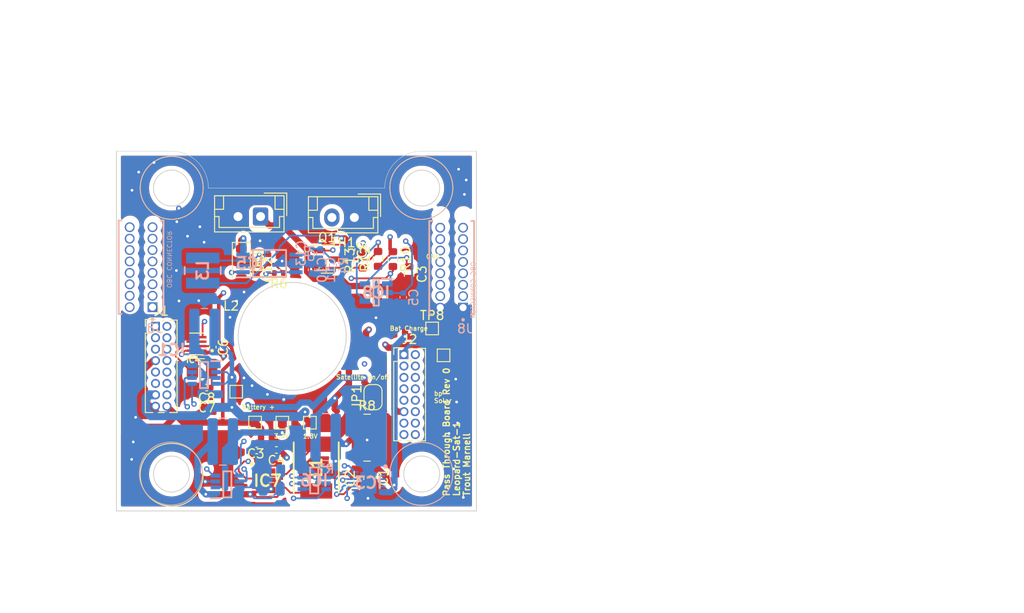
<source format=kicad_pcb>
(kicad_pcb (version 20221018) (generator pcbnew)
  (layers (0 "F.Cu" signal) (1 "In1.Cu" signal) (2 "In2.Cu" signal) (31 "B.Cu" signal) (34 "B.Paste" user) (35 "F.Paste" user) (36 "B.SilkS" user "B.Silkscreen") (37 "F.SilkS" user "F.Silkscreen") (38 "B.Mask" user) (39 "F.Mask" user) (44 "Edge.Cuts" user))
  (net 0 "")
  (net 1 "GND")
  (net 2 "Battery +")
  (net 3 "3V3 MEASURE")
  (net 4 "1V8 MEASURE")
  (net 5 "3.3V")
  (net 6 "1.8V")
  (net 7 "SCL(1)")
  (net 8 "SDA(1)")
  (net 9 "Net-(IC4-SW)")
  (net 10 "Vsolar")
  (net 11 "VMPPT")
  (net 12 "Net-(IC5-MPP-SET)")
  (net 13 "Net-(IC5-VCTRL)")
  (net 14 "Net-(IC5-LX)")
  (net 15 "MPPT ENABLE")
  (net 16 "DRV ENABLE 2")
  (net 17 "DRV ENABLE 1")
  (net 18 "MPPT ENABLE ")
  (net 19 "MCU ENABLE 2")
  (net 20 "MCU ENABLE 1")
  (net 21 "PWM1(1)")
  (net 22 "PWM2(2)")
  (net 23 "PWM2(1)")
  (net 24 "PWM1(2)")
  (net 25 "VBAT+")
  (net 26 "PWM2(5)")
  (net 27 "SDA(2)")
  (net 28 "SCL(2)")
  (net 29 "PWM1(5)")
  (net 30 "DRV ENABLE 3")
  (net 31 "DRV ENABLE 4")
  (net 32 "DRV ENABLE 5")
  (net 33 "PWM1(4)")
  (net 34 "PWM2(3)")
  (net 35 "PWM2(4)")
  (net 36 "PWM1(3)")
  (net 41 "Battery Charge ")
  (net 42 "Net-(IC3-REG)")
  (net 43 "Net-(IC3-TH)")
  (net 44 "FUEL_ALERT")
  (net 46 "Net-(IC7-BOLX)")
  (net 47 "Net-(IC7-BULX)")
  (net 48 "CONV_SHUTDOWN")
  (net 49 "VMPPTCHARGE")
  (net 50 "Net-(IC8-~{MR})")
  (net 51 "SAT_REST")
  (net 52 "CT")
  (footprint "Resistor_SMD:R_0402_1005Metric" (layer "F.Cu") (at 81.02 46.01 90)
    (fp_text reference "R3")
    (fp_text value "1K" hide)
  )
  (footprint "Resistor_SMD:R_0402_1005Metric" (layer "F.Cu") (at 82.18 47.55 180)
    (fp_text reference "R6")
    (fp_text value "1M" hide)
  )
  (footprint "Connector_JST:JST_EH_B2B-EH-A_1x02_P2.50mm_Vertical" (layer "F.Cu") (at 90.57 41.37 180)
    (fp_text reference "TH1")
    (fp_text value "Thermistor_NTC   10k" hide)
  )
  (footprint "TestPoint:TestPoint_Pad_1.0x1.0mm" (layer "F.Cu") (at 99.21 53.71)
    (fp_text reference "TP8")
    (fp_text value "TestPoint_Alt" hide)
  )
  (footprint "TestPoint:TestPoint_Pad_1.0x1.0mm" (layer "F.Cu") (at 77.44 60.74)
    (fp_text reference "TP4" hide)
    (fp_text value "TestPoint_Alt" hide)
  )
  (footprint "Capacitor_SMD:C_0402_1005Metric" (layer "F.Cu") (at 79.755 47.17 -90)
    (fp_text reference "C12")
    (fp_text value "100nF" hide)
  )
  (footprint "Package_TO_SOT_SMD:SOT-23" (layer "F.Cu") (at 87.5375 46)
    (fp_text reference "Q1")
    (fp_text value "2N7002")
  )
  (footprint "1.8v converter pico:SON50P200X150X100-8N" (layer "F.Cu") (at 73.02 55.43 180)
    (fp_text reference "IC4")
    (fp_text value "TPS62840DLCR" hide)
  )
  (footprint "Resistor_SMD:R_0603_1608Metric" (layer "F.Cu") (at 91.5 46.15 90)
    (fp_text reference "R13")
    (fp_text value "5k")
  )
  (footprint "Resistor_SMD:R_0603_1608Metric" (layer "F.Cu") (at 93.2 45.975 90)
    (fp_text reference "R12")
    (fp_text value "1M")
  )
  (footprint "Capacitor_SMD:C_0402_1005Metric" (layer "F.Cu") (at 74.84 55.79 -90)
    (fp_text reference "C6")
    (fp_text value "4.7uF" hide)
  )
  (footprint "Diode_SMD:D_SOD-123" (layer "F.Cu") (at 78.01 46.5 -90)
    (fp_text reference "D1")
    (fp_text value "4.5v" hide)
  )
  (footprint "3.3 v conv picoooooo:SON50P270X300X60-13N" (layer "F.Cu") (at 80.92 70.65)
    (fp_text reference "IC7")
    (fp_text value "RP602K330G-TR" hide)
  )
  (footprint "Resistor_SMD:R_1020_2550Metric" (layer "F.Cu") (at 91.98 65.855)
    (fp_text reference "R8")
    (fp_text value "10m")
  )
  (footprint "Capacitor_SMD:C_0402_1005Metric" (layer "F.Cu") (at 74.155 60.28 180)
    (fp_text reference "C8")
    (fp_text value "1uF" hide)
  )
  (footprint "TestPoint:TestPoint_Pad_1.0x1.0mm" (layer "F.Cu") (at 100.48 56.7)
    (fp_text reference "TP6" hide)
    (fp_text value "TestPoint_Alt" hide)
  )
  (footprint "Resistor_SMD:R_0603_1608Metric" (layer "F.Cu") (at 96.65 47.675 -90)
    (fp_text reference "C3")
    (fp_text value "10uF")
  )
  (footprint "3.3v inductor for pico:INDPM5650X530N" (layer "F.Cu") (at 86.33 69.18 -90)
    (fp_text reference "L1")
    (fp_text value "1.0uH" hide)
  )
  (footprint "Inductor_SMD:L_1008_2520Metric" (layer "F.Cu") (at 73.645 58.185)
    (fp_text reference "L2")
    (fp_text value "2.2uH" hide)
  )
  (footprint "Capacitor_SMD:C_0402_1005Metric" (layer "F.Cu") (at 79.72 67.28 180)
    (fp_text reference "C3")
    (fp_text value "10uF")
  )
  (footprint "Capacitor_SMD:C_0402_1005Metric" (layer "F.Cu") (at 92.63 70.24 -90)
    (fp_text reference "C1")
    (fp_text value ".1uF")
  )
  (footprint "Capacitor_SMD:C_0402_1005Metric" (layer "F.Cu") (at 91.255 70.415 90)
    (fp_text reference "C2")
    (fp_text value ".47uF")
  )
  (footprint "TestPoint:TestPoint_Pad_1.0x1.0mm" (layer "F.Cu") (at 79.535 64.175)
    (fp_text reference "TP1" hide)
    (fp_text value "TestPoint_Alt" hide)
  )
  (footprint "Connector_JST:JST_EH_B2B-EH-A_1x02_P2.50mm_Vertical" (layer "F.Cu") (at 80.143 41.265 180)
    (fp_text reference "J3" hide)
    (fp_text value "Conn_01x02_Socket" hide)
  )
  (footprint "Jumper:SolderJumper-2_P1.3mm_Open_RoundedPad1.0x1.5mm" (layer "F.Cu") (at 92.64 61.35 90)
    (fp_text reference "JP1")
    (fp_text value "SolderJumper_2_Open" hide)
  )
  (footprint "Capacitor_SMD:C_0402_1005Metric" (layer "F.Cu") (at 74.17 61.365 180)
    (fp_text reference "C7")
    (fp_text value "10uF" hide)
  )
  (footprint "TestPoint:TestPoint_Pad_1.0x1.0mm" (layer "F.Cu") (at 85.625 64.19)
    (fp_text reference "TP3" hide)
    (fp_text value "TestPoint_Alt" hide)
  )
  (footprint "Connector_PinHeader_1.27mm:PinHeader_2x08_P1.27mm_Vertical" (layer "F.Cu") (at 68.47 53.475)
    (fp_text reference "J1")
    (fp_text value "FLE-108-01-XX-DV" hide)
  )
  (footprint "Capacitor_SMD:C_0402_1005Metric" (layer "F.Cu") (at 90.265 44.93 -90)
    (fp_text reference "C9")
    (fp_text value "10uF" hide)
  )
  (footprint "TestPoint:TestPoint_Pad_1.0x1.0mm" (layer "F.Cu") (at 82.565 64.19)
    (fp_text reference "TP2" hide)
    (fp_text value "TestPoint_Alt" hide)
  )
  (footprint "Capacitor_SMD:C_0402_1005Metric" (layer "F.Cu") (at 81.905 67.22 180)
    (fp_text reference "C4")
    (fp_text value "22uF")
  )
  (footprint "Resistor_SMD:R_0603_1608Metric" (layer "F.Cu") (at 94.85 46 -90)
    (fp_text reference "R10")
    (fp_text value "1M")
  )
  (footprint "Connector_PinHeader_1.27mm:PinHeader_2x08_P1.27mm_Vertical" (layer "F.Cu") (at 96.075 56.617)
    (fp_text reference "J2")
    (fp_text value "FLE-108-01-XX-DV" hide)
  )
  (footprint "Resistor_SMD:R_0402_1005Metric" (layer "B.Cu") (at 86.775 45.35 -90)
    (fp_text reference "R5")
    (fp_text value "420k" hide)
  )
  (footprint "SLM-108-01-L-D:SAMTEC_SLM-108-01-L-D" (layer "B.Cu") (at 66.87 46.895 -90)
    (fp_text reference "J8")
    (fp_text value "SLM-108-01-L-D")
  )
  (footprint "Capacitor_SMD:C_0805_2012Metric" (layer "B.Cu") (at 81.375 71.575 180)
    (fp_text reference "ff" hide)
    (fp_text value "C_0805_2012Metric" hide)
  )
  (footprint "SPV1040T:SOP65P640X120-8N" (layer "B.Cu") (at 81.132 46.48)
    (fp_text reference "IC5")
    (fp_text value "SPV1040T" hide)
  )
  (footprint "Resistor_SMD:R_0402_1005Metric" (layer "B.Cu") (at 88.19 46.705 90)
    (fp_text reference "R4")
    (fp_text value "1M" hide)
  )
  (footprint "Capacitor_SMD:C_0402_1005Metric" (layer "B.Cu") (at 85.815 47.185 90)
    (fp_text reference "C10")
    (fp_text value "10uF" hide)
  )
  (footprint "current:SOP65P280X110-8N" (layer "B.Cu") (at 73.859 58.887 180)
    (fp_text reference "IC2" hide)
    (fp_text value "INA236AIDDFR" hide)
  )
  (footprint "inductro pass:NRS4012T150MDGJ" (layer "B.Cu") (at 73.72 47.27 -90)
    (fp_text reference "L3")
    (fp_text value "NRS4012T150MDGJ" hide)
  )
  (footprint "Capacitor_SMD:C_0402_1005Metric" (layer "B.Cu") (at 86.75 47.2 90)
    (fp_text reference "C11")
    (fp_text value "4.7uF" hide)
  )
  (footprint "voltagewatchdog:SOT95P280X145-5N" (layer "B.Cu") (at 92.984 49.718 180)
    (fp_text reference "IC8")
    (fp_text value "TLV840MADL30DBVRQ1" hide)
  )
  (footprint "Capacitor_SMD:C_0402_1005Metric" (layer "B.Cu") (at 85.8 45.35 -90)
    (fp_text reference "C13")
    (fp_text value "1nF" hide)
  )
  (footprint "current:SOP65P280X110-8N" (layer "B.Cu") (at 86.106 70.612 180)
    (fp_text reference "IC6")
    (fp_text value "INA236AIDDFR" hide)
  )
  (footprint "current:SOP65P280X110-8N" (layer "B.Cu") (at 76.454 71.049)
    (fp_text reference "IC1")
    (fp_text value "INA236AIDDFR" hide)
  )
  (footprint "Resistor_SMD:R_1020_2550Metric" (layer "B.Cu") (at 75.946 66.294)
    (fp_text reference "R1" hide)
    (fp_text value "20m" hide)
  )
  (footprint "SLM-108-01-L-D:SAMTEC_SLM-108-01-L-D" (layer "B.Cu") (at 101.38 46.945 -90)
    (fp_text reference "J8")
    (fp_text value "SLM-108-01-L-D")
  )
  (footprint "fuel:SON40P300X300X80-15N" (layer "B.Cu") (at 92.145 70.87 180)
    (fp_text reference "IC3")
    (fp_text value "MAX17260SETD+T" hide)
  )
  (footprint "Capacitor_SMD:C_0402_1005Metric" (layer "B.Cu") (at 96 50.25 90)
    (fp_text reference "C5")
    (fp_text value "1uF")
  )
  (footprint "Resistor_SMD:R_1020_2550Metric" (layer "B.Cu") (at 73.914 54.102)
    (fp_text reference "R2" hide)
    (fp_text value "20m" hide)
  )
  (footprint "Capacitor_SMD:C_0805_2012Metric" (layer "B.Cu") (at 81.425 69.525 180)
    (fp_text reference "gg" hide)
    (fp_text value "C_0805_2012Metric" hide)
  )
  (footprint "Resistor_SMD:R_1020_2550Metric" (layer "B.Cu") (at 87.376 65.786)
    (fp_text reference "R7")
    (fp_text value "20m")
  )
  (gr_circle (center 98.01 69.87) (end 94.51 69.87) (stroke (width 0.1)) (fill none) (layer "B.SilkS"))
  (gr_circle (center 70.175 69.85) (end 66.675 69.85) (stroke (width 0.1)) (fill none) (layer "B.SilkS"))
  (gr_circle (center 98.01 38.07) (end 94.51 38.07) (stroke (width 0.1)) (fill none) (layer "B.SilkS"))
  (gr_circle (center 98.01 69.87) (end 94.51 69.87) (stroke (width 0.1)) (fill none) (layer "B.SilkS"))
  (gr_circle (center 70.27 38.07) (end 66.77 38.07) (stroke (width 0.1)) (fill none) (layer "B.SilkS"))
  (gr_circle (center 70.27 38.07) (end 73.77 38.07) (stroke (width 0.1)) (fill none) (layer "F.SilkS"))
  (gr_circle (center 70.27 70) (end 73.77 70) (stroke (width 0.1)) (fill none) (layer "F.SilkS"))
  (gr_circle (center 98.01 38.07) (end 101.51 38.07) (stroke (width 0.1)) (fill none) (layer "F.SilkS"))
  (gr_circle (center 98.05 69.9) (end 100.05 69.9) (stroke (width 0.1)) (fill none) (layer "Edge.Cuts"))
  (gr_line (start 98.308 34) (end 98.05 34) (stroke (width 0.05)) (layer "Edge.Cuts"))
  (gr_line (start 64.367 34) (end 70.106 34) (stroke (width 0.05)) (layer "Edge.Cuts"))
  (gr_line (start 64.13 74) (end 64.13 34) (stroke (width 0.1)) (layer "Edge.Cuts"))
  (gr_line (start 104.13 74) (end 104.13 34) (stroke (width 0.1)) (layer "Edge.Cuts"))
  (gr_line (start 64.367 34) (end 64.13 34) (stroke (width 0.05)) (layer "Edge.Cuts"))
  (gr_line (start 70.106 34) (end 70.25 34) (stroke (width 0.05)) (layer "Edge.Cuts"))
  (gr_arc (start 70.25 33.998) (mid 73.150552 35.199448) (end 74.352 38.1) (stroke (width 0.05)) (layer "Edge.Cuts"))
  (gr_arc (start 93.95 38.1) (mid 95.150862 35.200862) (end 98.05 34) (stroke (width 0.05)) (layer "Edge.Cuts"))
  (gr_circle (center 70.25 69.9) (end 72.25 69.9) (stroke (width 0.1)) (fill none) (layer "Edge.Cuts"))
  (gr_line (start 64.13 74) (end 104.13 74) (stroke (width 0.1)) (layer "Edge.Cuts"))
  (gr_line (start 93.95 38.1) (end 74.483 38.1) (stroke (width 0.05)) (layer "Edge.Cuts"))
  (gr_line (start 104.13 34) (end 98.308 34) (stroke (width 0.05)) (layer "Edge.Cuts"))
  (gr_circle (center 70.25 38.1) (end 72.25 38.1) (stroke (width 0.1)) (fill none) (layer "Edge.Cuts"))
  (gr_circle locked (center 83.66 54.59) (end 89.66 54.59) (stroke (width 0.1)) (fill none) (layer "Edge.Cuts"))
  (gr_line (start 74.483 38.1) (end 74.352 38.1) (stroke (width 0.05)) (layer "Edge.Cuts"))
  (gr_circle (center 98.05 38.1) (end 100.05 38.1) (stroke (width 0.1)) (fill none) (layer "Edge.Cuts"))
  (gr_text "OBC CONNECTOR \n" (at 69.705 49.24 -90) (layer "B.SilkS") (effects (font (size 0.5 0.5)) (justify left bottom mirror)))
  (gr_text "OBC CONNECTOR \n" (at 104.07 46.24 90) (layer "B.SilkS") (effects (font (size 0.5 0.5)) (justify left bottom mirror)))
  (gr_text "3.3V\n" (at 81.59 65.975) (layer "F.SilkS") (effects (font (size 0.5 0.5) (thickness 0.1) bold) (justify left bottom)))
  (gr_text "Bat Charge\n" (at 94.45 54) (layer "F.SilkS") (effects (font (size 0.5 0.5) (thickness 0.1) bold) (justify left bottom)))
  (gr_text "GND\n" (at 98.48 46.015) (layer "F.SilkS") (effects (font (size 0.5 0.5) (thickness 0.1) bold) (justify left bottom)))
  (gr_text "Satellite on/off\n" (at 88.48 59.415) (layer "F.SilkS") (effects (font (size 0.5 0.5) (thickness 0.1) bold) (justify left bottom)))
  (gr_text "Battery +\n" (at 78.02 62.745) (layer "F.SilkS") (effects (font (size 0.5 0.5) (thickness 0.1) bold) (justify left bottom)))
  (gr_text "1.8V\n" (at 84.795 65.995) (layer "F.SilkS") (effects (font (size 0.5 0.5) (thickness 0.1) bold) (justify left bottom)))
  (gr_text "Pass Through Board Rev 0\nLeopard-Sat-1\nTrout Marnell" (at 103.47 72.45 90) (layer "F.SilkS") (effects (font (size 0.7 0.7)) (justify left bottom)))
  (gr_text "bp \nSolar\n" (at 99.37 62.04) (layer "F.SilkS") (effects (font (size 0.5 0.5) (thickness 0.1) bold) (justify left bottom)))
  (segment (start 91.845 69.935) (end 92.63 70.72) (width 0.2) (layer "F.Cu") (net 1))
  (segment (start 80.92 70.65) (end 80.17 71.4) (width 0.2) (layer "F.Cu") (net 1))
  (segment (start 74.84 56.27) (end 73.795 56.27) (width 0.2) (layer "F.Cu") (net 1))
  (segment (start 75.501568 56.27) (end 76.028844 56.797276) (width 0.2) (layer "F.Cu") (net 1))
  (segment (start 86.478717 69.935) (end 91.255 69.935) (width 0.2) (layer "F.Cu") (net 1))
  (segment (start 89.245 44.39) (end 90.265 45.41) (width 0.2) (layer "F.Cu") (net 1))
  (segment (start 82.25 70.65) (end 80.92 70.65) (width 0.2) (layer "F.Cu") (net 1))
  (segment (start 82.32 70.72) (end 82.25 70.65) (width 0.2) (layer "F.Cu") (net 1))
  (segment (start 86.75 43.9895) (end 87.1505 44.39) (width 0.2) (layer "F.Cu") (net 1))
  (segment (start 74.84 56.27) (end 75.501568 56.27) (width 0.2) (layer "F.Cu") (net 1))
  (segment (start 73.795 56.27) (end 73.705 56.18) (width 0.2) (layer "F.Cu") (net 1))
  (segment (start 82.32 70.9) (end 82.32 70.72) (width 0.2) (layer "F.Cu") (net 1))
  (segment (start 72.335 54.68) (end 72.335 55.18) (width 0.2) (layer "F.Cu") (net 1))
  (segment (start 73.680831 59.382318) (end 73.680831 60.274169) (width 0.2) (layer "F.Cu") (net 1))
  (segment (start 73.705 55.18) (end 72.335 55.18) (width 0.2) (layer "F.Cu") (net 1))
  (segment (start 80.17 71.4) (end 79.52 71.4) (width 0.2) (layer "F.Cu") (net 1))
  (segment (start 86.184217 70.2295) (end 86.478717 69.935) (width 0.2) (layer "F.Cu") (net 1))
  (segment (start 91.255 69.935) (end 91.845 69.935) (width 0.2) (layer "F.Cu") (net 1))
  (segment (start 87.1505 44.39) (end 89.245 44.39) (width 0.2) (layer "F.Cu") (net 1))
  (segment (start 73.680831 60.274169) (end 73.675 60.28) (width 0.2) (layer "F.Cu") (net 1))
  (segment (start 82.32 70.72) (end 82.32 70.4) (width 0.2) (layer "F.Cu") (net 1))
  (via (at 102.04 64.22) (size 0.6) (drill 0.3) (layers "F.Cu" "B.Cu") (net 1))
  (via (at 82.72 61.6) (size 0.6) (drill 0.3) (layers "F.Cu" "B.Cu") (net 1))
  (via (at 71.06 40.35) (size 0.6) (drill 0.3) (layers "F.Cu" "B.Cu") (net 1))
  (via (at 65.86 38.34) (size 0.6) (drill 0.3) (layers "F.Cu" "B.Cu") (net 1))
  (via (at 101.61 69.32) (size 0.6) (drill 0.3) (layers "F.Cu" "B.Cu") (net 1))
  (via (at 81.307188 71.5695) (size 0.6) (drill 0.3) (layers "F.Cu" "B.Cu") (net 1))
  (via (at 78.3 59.21) (size 0.6) (drill 0.3) (layers "F.Cu" "B.Cu") (net 1))
  (via (at 86.75 43.9895) (size 0.6) (drill 0.3) (layers "F.Cu" "B.Cu") (net 1))
  (via (at 72.03 43.45) (size 0.6) (drill 0.3) (layers "F.Cu" "B.Cu") (net 1))
  (via (at 82.54 46.22) (size 0.6) (drill 0.3) (layers "F.Cu" "B.Cu") (net 1))
  (via (at 101.08 65.39) (size 0.6) (drill 0.3) (layers "F.Cu" "B.Cu") (net 1))
  (via (at 79.2 60.07) (size 0.6) (drill 0.3) (layers "F.Cu" "B.Cu") (net 1))
  (via (at 66 66.33) (size 0.6) (drill 0.3) (layers "F.Cu" "B.Cu") (net 1))
  (via (at 92.08 72.6005) (size 0.6) (drill 0.3) (layers "F.Cu" "B.Cu") (net 1))
  (via (at 66.6 36.32) (size 0.6) (drill 0.3) (layers "F.Cu" "B.Cu") (net 1))
  (via (at 65.82 68.27) (size 0.6) (drill 0.3) (layers "F.Cu" "B.Cu") (net 1))
  (via (at 80.09 43.96) (size 0.6) (drill 0.3) (layers "F.Cu" "B.Cu") (net 1))
  (via (at 102.8 38.8) (size 0.6) (drill 0.3) (layers "F.Cu" "B.Cu") (net 1))
  (via (at 73.680831 59.382318) (size 0.6) (drill 0.3) (layers "F.Cu" "B.Cu") (net 1))
  (via (at 102.15 36) (size 0.6) (drill 0.3) (layers "F.Cu" "B.Cu") (net 1))
  (via (at 92.97 52.52) (size 0.6) (drill 0.3) (layers "F.Cu" "B.Cu") (net 1))
  (via (at 73.4 42.4) (size 0.6) (drill 0.3) (layers "F.Cu" "B.Cu") (net 1))
  (via (at 68.3 35.26) (size 0.6) (drill 0.3) (layers "F.Cu" "B.Cu") (net 1))
  (via (at 78.31 49.66) (size 0.6) (drill 0.3) (layers "F.Cu" "B.Cu") (net 1))
  (via (at 73.28 50.62) (size 0.6) (drill 0.3) (layers "F.Cu" "B.Cu") (net 1))
  (via (at 91.99 66.11) (size 0.6) (drill 0.3) (layers "F.Cu" "B.Cu") (net 1))
  (via (at 74.0015 70.74) (size 0.6) (drill 0.3) (layers "F.Cu" "B.Cu") (net 1))
  (via (at 101.93 61.89) (size 0.6) (drill 0.3) (layers "F.Cu" "B.Cu") (net 1))
  (via (at 70.84 41.84) (size 0.6) (drill 0.3) (layers "F.Cu" "B.Cu") (net 1))
  (via (at 77.48 50.67) (size 0.6) (drill 0.3) (layers "F.Cu" "B.Cu") (net 1))
  (via (at 73.87 44.12) (size 0.6) (drill 0.3) (layers "F.Cu" "B.Cu") (net 1))
  (via (at 101.83 59.34) (size 0.6) (drill 0.3) (layers "F.Cu" "B.Cu") (net 1))
  (via (at 103 37.2) (size 0.6) (drill 0.3) (layers "F.Cu" "B.Cu") (net 1))
  (via (at 71.08 50.65) (size 0.6) (drill 0.3) (layers "F.Cu" "B.Cu") (net 1))
  (via (at 76.75 52.47) (size 0.6) (drill 0.3) (layers "F.Cu" "B.Cu") (net 1))
  (via (at 102.68 72.5) (size 0.6) (drill 0.3) (layers "F.Cu" "B.Cu") (net 1))
  (via (at 80.91 61.04) (size 0.6) (drill 0.3) (layers "F.Cu" "B.Cu") (net 1))
  (via (at 66.26 63.59) (size 0.6) (drill 0.3) (layers "F.Cu" "B.Cu") (net 1))
  (via (at 86.184217 70.2295) (size 0.6) (drill 0.3) (layers "F.Cu" "B.Cu") (net 1))
  (via (at 76.028844 56.797276) (size 0.6) (drill 0.3) (layers "F.Cu" "B.Cu") (net 1))
  (via (at 70.79 47.27) (size 0.6) (drill 0.3) (layers "F.Cu" "B.Cu") (net 1))
  (segment (start 73.680831 58.799169) (end 73.680831 59.382318) (width 0.2) (layer "B.Cu") (net 1))
  (segment (start 74.0175 70.724) (end 74.0015 70.74) (width 0.2) (layer "B.Cu") (net 1))
  (segment (start 74.559 59.212) (end 75.184 59.212) (width 0.2) (layer "B.Cu") (net 1))
  (segment (start 86.806 70.937) (end 87.431 70.937) (width 0.2) (layer "B.Cu") (net 1))
  (segment (start 79.296 71.374) (end 80.475 70.195) (width 0.2) (layer "B.Cu") (net 1))
  (segment (start 80.425 71.575) (end 81.301688 71.575) (width 0.2) (layer "B.Cu") (net 1))
  (segment (start 80.425 71.575) (end 80.425 69.575) (width 0.2) (layer "B.Cu") (net 1))
  (segment (start 81.301688 71.575) (end 81.307188 71.5695) (width 0.2) (layer "B.Cu") (net 1))
  (segment (start 75.129 70.724) (end 74.0175 70.724) (width 0.2) (layer "B.Cu") (net 1))
  (segment (start 78.194 46.805) (end 79.519529 46.805) (width 0.2) (layer "B.Cu") (net 1))
  (segment (start 79.519529 46.805) (end 80.61 45.714529) (width 0.2) (layer "B.Cu") (net 1))
  (segment (start 90.645 71.67) (end 90.645 72.07) (width 0.2) (layer "B.Cu") (net 1))
  (segment (start 86.1005 70.2295) (end 86.184217 70.2295) (width 0.2) (layer "B.Cu") (net 1))
  (segment (start 92.08 72.6005) (end 92.08 70.935) (width 0.2) (layer "B.Cu") (net 1))
  (segment (start 73.9135 58.5665) (end 74.559 59.212) (width 0.2) (layer "B.Cu") (net 1))
  (segment (start 85.506 69.637) (end 86.0995 70.2305) (width 0.2) (layer "B.Cu") (net 1))
  (segment (start 73.9135 58.5665) (end 73.680831 58.799169) (width 0.2) (layer "B.Cu") (net 1))
  (segment (start 80.61 44.48) (end 80.09 43.96) (width 0.2) (layer "B.Cu") (net 1))
  (segment (start 92.08 70.935) (end 92.145 70.87) (width 0.2) (layer "B.Cu") (net 1))
  (segment (start 73.259 57.912) (end 73.9135 58.5665) (width 0.2) (layer "B.Cu") (net 1))
  (segment (start 84.07 46.155) (end 84.07 46.805) (width 0.2) (layer "B.Cu") (net 1))
  (segment (start 90.945 72.07) (end 90.645 72.07) (width 0.2) (layer "B.Cu") (net 1))
  (segment (start 86.0995 70.2305) (end 86.806 70.937) (width 0.2) (layer "B.Cu") (net 1))
  (segment (start 77.779 71.374) (end 79.296 71.374) (width 0.2) (layer "B.Cu") (net 1))
  (segment (start 86.0995 70.2305) (end 86.1005 70.2295) (width 0.2) (layer "B.Cu") (net 1))
  (segment (start 84.781 69.637) (end 85.506 69.637) (width 0.2) (layer "B.Cu") (net 1))
  (segment (start 92.145 70.87) (end 90.945 72.07) (width 0.2) (layer "B.Cu") (net 1))
  (segment (start 80.61 45.714529) (end 80.61 44.48) (width 0.2) (layer "B.Cu") (net 1))
  (segment (start 80.475 70.195) (end 80.475 69.525) (width 0.2) (layer "B.Cu") (net 1))
  (segment (start 72.534 57.912) (end 73.259 57.912) (width 0.2) (layer "B.Cu") (net 1))
  (segment (start 80.425 69.575) (end 80.475 69.525) (width 0.2) (layer "B.Cu") (net 1))
  (segment (start 75.15 55.49) (end 75.5 55.49) (width 0.4) (layer "F.Cu") (net 2))
  (segment (start 70.7575 63.3825) (end 69.49 64.65) (width 0.7) (layer "F.Cu") (net 2))
  (segment (start 72.223 64.175) (end 75.946 64.175) (width 0.7) (layer "F.Cu") (net 2))
  (segment (start 76.910817 55.790817) (end 77.006261 56.252171) (width 0.4) (layer "F.Cu") (net 2))
  (segment (start 93.225 46.8) (end 94.85 45.175) (width 0.2) (layer "F.Cu") (net 2))
  (segment (start 72.136 64.262) (end 72.223 64.175) (width 0.7) (layer "F.Cu") (net 2))
  (segment (start 69.49 64.65) (end 65.29 64.65) (width 0.7) (layer "F.Cu") (net 2))
  (segment (start 77.163882 56.78898) (end 77.258919 57.036057) (width 0.4) (layer "F.Cu") (net 2))
  (segment (start 76.61 55.49) (end 76.910817 55.790817) (width 0.4) (layer "F.Cu") (net 2))
  (segment (start 79.24 67.28) (end 79.24 67.605807) (width 0.7) (layer "F.Cu") (net 2))
  (segment (start 69.74 62.365) (end 70.7575 63.3825) (width 0.7) (layer "F.Cu") (net 2))
  (segment (start 79.24 66.954193) (end 79.774193 66.42) (width 0.7) (layer "F.Cu") (net 2))
  (segment (start 71.637 64.262) (end 72.136 64.262) (width 0.7) (layer "F.Cu") (net 2))
  (segment (start 79.24 67.605807) (end 79.79 68.155807) (width 0.7) (layer "F.Cu") (net 2))
  (segment (start 77.006261 56.252171) (end 77.163882 56.78898) (width 0.4) (layer "F.Cu") (net 2))
  (segment (start 74.47 55.68) (end 74.84 55.31) (width 0.2) (layer "F.Cu") (net 2))
  (segment (start 69.74 62.365) (end 71.637 64.262) (width 0.7) (layer "F.Cu") (net 2))
  (segment (start 75.5 55.49) (end 75.5 50.28) (width 0.4) (layer "F.Cu") (net 2))
  (segment (start 65.29 64.65) (end 65.29 60.186) (width 0.7) (layer "F.Cu") (net 2))
  (segment (start 75.946 58.348976) (end 75.946 64.175) (width 0.4) (layer "F.Cu") (net 2))
  (segment (start 79.52 69.4) (end 79.52 69.29) (width 0.2) (layer "F.Cu") (net 2))
  (segment (start 68.191 57.285) (end 68.47 57.285) (width 0.7) (layer "F.Cu") (net 2))
  (segment (start 75.5 50.28) (end 76.03 49.75) (width 0.4) (layer "F.Cu") (net 2))
  (segment (start 75.5 55.49) (end 76.61 55.49) (width 0.4) (layer "F.Cu") (net 2))
  (segment (start 79.79 68.43) (end 80.085 68.725) (width 0.7) (layer "F.Cu") (net 2))
  (segment (start 80.2 64.84) (end 79.535 64.175) (width 0.7) (layer "F.Cu") (net 2))
  (segment (start 73.705 55.68) (end 74.47 55.68) (width 0.2) (layer "F.Cu") (net 2))
  (segment (start 65.29 60.186) (end 68.191 57.285) (width 0.7) (layer "F.Cu") (net 2))
  (segment (start 80.1 66.42) (end 80.2 66.32) (width 0.7) (layer "F.Cu") (net 2))
  (segment (start 93.2 46.8) (end 93.225 46.8) (width 0.2) (layer "F.Cu") (net 2))
  (segment (start 77.258919 57.036057) (end 75.946 58.348976) (width 0.4) (layer "F.Cu") (net 2))
  (segment (start 79.52 69.29) (end 80.085 68.725) (width 0.2) (layer "F.Cu") (net 2))
  (segment (start 80.2 66.32) (end 80.2 64.84) (width 0.7) (layer "F.Cu") (net 2))
  (segment (start 79.774193 66.42) (end 80.1 66.42) (width 0.7) (layer "F.Cu") (net 2))
  (segment (start 80.085 68.725) (end 82.32 68.725) (width 0.7) (layer "F.Cu") (net 2))
  (segment (start 94.54 43.53) (end 94.54 44.865) (width 0.4) (layer "F.Cu") (net 2))
  (segment (start 82.32 69.4) (end 82.32 68.725) (width 0.2) (layer "F.Cu") (net 2))
  (segment (start 94.54 44.865) (end 94.85 45.175) (width 0.4) (layer "F.Cu") (net 2))
  (segment (start 75.946 64.175) (end 79.535 64.175) (width 0.7) (layer "F.Cu") (net 2))
  (segment (start 79.79 68.155807) (end 79.79 68.43) (width 0.7) (layer "F.Cu") (net 2))
  (segment (start 79.24 67.28) (end 79.24 66.954193) (width 0.7) (layer "F.Cu") (net 2))
  (via (at 94.54 43.53) (size 0.6) (drill 0.3) (layers "F.Cu" "B.Cu") (net 2))
  (via (at 76.03 49.75) (size 0.6) (drill 0.3) (layers "F.Cu" "B.Cu") (net 2))
  (segment (start 82.32 71.9) (end 82.32 72.1) (width 0.2) (layer "F.Cu") (net 3))
  (segment (start 79.271 72.149) (end 79.32 72.1) (width 0.7) (layer "F.Cu") (net 3))
  (segment (start 82.385 67.22) (end 82.385 67.399) (width 0.7) (layer "F.Cu") (net 3))
  (segment (start 74.054 72.149) (end 78.994 72.149) (width 0.7) (layer "F.Cu") (net 3))
  (segment (start 82.385 67.399) (end 83.058 68.072) (width 0.7) (layer "F.Cu") (net 3))
  (segment (start 78.994 72.149) (end 79.271 72.149) (width 0.7) (layer "F.Cu") (net 3))
  (segment (start 82.32 72.1) (end 81.97 72.45) (width 0.2) (layer "F.Cu") (net 3))
  (segment (start 81.97 72.45) (end 79.72 72.45) (width 0.2) (layer "F.Cu") (net 3))
  (segment (start 79.72 72.45) (end 79.52 72.25) (width 0.2) (layer "F.Cu") (net 3))
  (segment (start 79.52 72.25) (end 79.52 71.9) (width 0.2) (layer "F.Cu") (net 3))
  (via (at 78.994 72.149) (size 0.6) (drill 0.3) (layers "F.Cu" "B.Cu") (net 3))
  (via (at 83.058 68.072) (size 0.6) (drill 0.3) (layers "F.Cu" "B.Cu") (net 3))
  (via (at 74.054 72.149) (size 0.6) (drill 0.3) (layers "F.Cu" "B.Cu") (net 3))
  (segment (start 73.152 71.247) (end 74.054 72.149) (width 0.7) (layer "B.Cu") (net 3))
  (segment (start 83.058 68.072) (end 83.058 68.085) (width 0.7) (layer "B.Cu") (net 3))
  (segment (start 74.821 66.294) (end 73.152 67.963) (width 0.7) (layer "B.Cu") (net 3))
  (segment (start 82.325 71.575) (end 81.3 72.6) (width 0.2) (layer "B.Cu") (net 3))
  (segment (start 79.445 72.6) (end 78.994 72.149) (width 0.2) (layer "B.Cu") (net 3))
  (segment (start 74.054 72.149) (end 75.129 72.149) (width 0.7) (layer "B.Cu") (net 3))
  (segment (start 73.152 67.963) (end 73.152 71.247) (width 0.7) (layer "B.Cu") (net 3))
  (segment (start 82.325 71.575) (end 82.325 69.575) (width 0.2) (layer "B.Cu") (net 3))
  (segment (start 82.325 69.575) (end 82.375 69.525) (width 0.2) (layer "B.Cu") (net 3))
  (segment (start 81.3 72.6) (end 79.445 72.6) (width 0.2) (layer "B.Cu") (net 3))
  (segment (start 71.77 56.18) (end 71.36 56.59) (width 0.2) (layer "F.Cu") (net 4))
  (segment (start 72.335 56.18) (end 71.77 56.18) (width 0.2) (layer "F.Cu") (net 4))
  (segment (start 74.65 60.295) (end 74.635 60.28) (width 0.2) (layer "F.Cu") (net 4))
  (segment (start 74.72 60.195) (end 74.635 60.28) (width 0.2) (layer "F.Cu") (net 4))
  (segment (start 74.72 58.185) (end 74.72 60.195) (width 0.2) (layer "F.Cu") (net 4))
  (segment (start 74.65 61.365) (end 74.65 60.295) (width 0.2) (layer "F.Cu") (net 4))
  (segment (start 74.72 58.185) (end 73.125 56.59) (width 0.2) (layer "F.Cu") (net 4))
  (segment (start 73.125 56.59) (end 71.36 56.59) (width 0.2) (layer "F.Cu") (net 4))
  (via (at 71.36 56.59) (size 0.6) (drill 0.3) (layers "F.Cu" "B.Cu") (net 4))
  (segment (start 71.36 56.59) (end 73.35 56.59) (width 0.2) (layer "B.Cu") (net 4))
  (segment (start 73.35 56.59) (end 73.429249 56.510751) (width 0.2) (layer "B.Cu") (net 4))
  (segment (start 72.789 55.870503) (end 73.429249 56.510751) (width 1) (layer "B.Cu") (net 4))
  (segment (start 74.555497 57.637) (end 75.184 57.637) (width 1) (layer "B.Cu") (net 4))
  (segment (start 72.789 54.102) (end 72.789 55.870503) (width 1) (layer "B.Cu") (net 4))
  (segment (start 73.429249 56.510751) (end 74.555497 57.637) (width 1) (layer "B.Cu") (net 4))
  (segment (start 82.565 65.263) (end 82.55 65.278) (width 0.7) (layer "F.Cu") (net 5))
  (segment (start 82.565 64.19) (end 82.565 65.263) (width 0.7) (layer "F.Cu") (net 5))
  (via (at 82.55 65.278) (size 0.6) (drill 0.3) (layers "F.Cu" "B.Cu") (net 5))
  (via (at 96.272538 44.002538) (size 0.6) (drill 0.3) (layers "F.Cu" "B.Cu") (net 5))
  (segment (start 76.079 71.374) (end 76.204 71.499) (width 0.2) (layer "B.Cu") (net 5))
  (segment (start 78.087 65.278) (end 77.071 66.294) (width 0.7) (layer "B.Cu") (net 5))
  (segment (start 82.55 65.278) (end 78.087 65.278) (width 0.7) (layer "B.Cu") (net 5))
  (segment (start 76.204 67.161) (end 76.204 71.499) (width 0.7) (layer "B.Cu") (net 5))
  (segment (start 96 49.77) (end 96.98 48.79) (width 0.2) (layer "B.Cu") (net 5))
  (segment (start 96.98 44.71) (end 96.272538 44.002538) (width 0.2) (layer "B.Cu") (net 5))
  (segment (start 75.129 71.374) (end 76.079 71.374) (width 0.2) (layer "B.Cu") (net 5))
  (segment (start 96 49.77) (end 94.286 49.77) (width 0.2) (layer "B.Cu") (net 5))
  (segment (start 94.286 49.77) (end 94.234 49.718) (width 0.2) (layer "B.Cu") (net 5))
  (segment (start 77.071 66.294) (end 76.204 67.161) (width 0.7) (layer "B.Cu") (net 5))
  (segment (start 96.98 48.79) (end 96.98 44.71) (width 0.2) (layer "B.Cu") (net 5))
  (segment (start 85.09 62.992) (end 85.09 63.655) (width 0.7) (layer "F.Cu") (net 6))
  (segment (start 91.5 45.325) (end 91.5 44.23) (width 0.2) (layer "F.Cu") (net 6))
  (segment (start 88.12 45.05) (end 88.18 44.99) (width 0.2) (layer "F.Cu") (net 6))
  (segment (start 91.5 44.23) (end 91.54 44.19) (width 0.2) (layer "F.Cu") (net 6))
  (segment (start 85.09 63.655) (end 85.625 64.19) (width 0.7) (layer "F.Cu") (net 6))
  (segment (start 86.6 45.05) (end 88.12 45.05) (width 0.2) (layer "F.Cu") (net 6))
  (via (at 88.18 44.99) (size 0.6) (drill 0.3) (layers "F.Cu" "B.Cu") (net 6))
  (via (at 91.54 44.19) (size 0.6) (drill 0.3) (layers "F.Cu" "B.Cu") (net 6))
  (via (at 74.168 69.342) (size 0.6) (drill 0.3) (layers "F.Cu" "B.Cu") (net 6))
  (via (at 91.7 57.65) (size 0.6) (drill 0.3) (layers "F.Cu" "B.Cu") (net 6))
  (via (at 76.962 62.484) (size 0.6) (drill 0.3) (layers "F.Cu" "B.Cu") (net 6))
  (via (at 76.962 59.14) (size 0.6) (drill 0.3) (layers "F.Cu" "B.Cu") (net 6))
  (via (at 85.09 62.992) (size 0.6) (drill 0.3) (layers "F.Cu" "B.Cu") (net 6))
  (via (at 83.81 72.6005) (size 0.6) (drill 0.3) (layers "F.Cu" "B.Cu") (net 6))
  (segment (start 76.962 62.484) (end 77.067371 62.484) (width 1) (layer "B.Cu") (net 6))
  (segment (start 75.129 70.074) (end 74.9 70.074) (width 0.2) (layer "B.Cu") (net 6))
  (segment (start 76.962 59.14) (end 76.962 57.119108) (width 0.5) (layer "B.Cu") (net 6))
  (segment (start 76.962 59.14) (end 76.384 58.562) (width 0.2) (layer "B.Cu") (net 6))
  (segment (start 74.716 62.484) (end 76.962 62.484) (width 1) (layer "B.Cu") (net 6))
  (segment (start 67.42 62.87) (end 67.965 63.415) (width 1) (layer "B.Cu") (net 6))
  (segment (start 68.47 61.095) (end 67.762894 61.095) (width 1) (layer "B.Cu") (net 6))
  (segment (start 86.4175 72.6005) (end 83.81 72.6005) (width 0.2) (layer "B.Cu") (net 6))
  (segment (start 76.85 57.007108) (end 76.85 56.558477) (width 0.5) (layer "B.Cu") (net 6))
  (segment (start 76.962 57.119108) (end 76.85 57.007108) (width 0.5) (layer "B.Cu") (net 6))
  (segment (start 76.962 59.14) (end 76.24 59.862) (width 0.2) (layer "B.Cu") (net 6))
  (segment (start 84.582 63.5) (end 85.09 62.992) (width 1) (layer "B.Cu") (net 6))
  (segment (start 67.965 63.415) (end 73.785 63.415) (width 1) (layer "B.Cu") (net 6))
  (segment (start 77.067371 62.484) (end 78.083371 63.5) (width 1) (layer "B.Cu") (net 6))
  (segment (start 74.9 70.074) (end 74.168 69.342) (width 0.2) (layer "B.Cu") (net 6))
  (segment (start 67.42 61.437894) (end 67.42 62.87) (width 1) (layer "B.Cu") (net 6))
  (segment (start 73.785 63.415) (end 74.716 62.484) (width 1) (layer "B.Cu") (net 6))
  (segment (start 76.962 59.14) (end 76.962 62.484) (width 1) (layer "B.Cu") (net 6))
  (segment (start 78.083371 63.5) (end 84.582 63.5) (width 1) (layer "B.Cu") (net 6))
  (segment (start 75.039 54.747477) (end 75.039 54.102) (width 0.5) (layer "B.Cu") (net 6))
  (segment (start 76.24 59.862) (end 75.184 59.862) (width 0.2) (layer "B.Cu") (net 6))
  (segment (start 76.384 58.562) (end 75.184 58.562) (width 0.2) (layer "B.Cu") (net 6))
  (segment (start 87.431 71.587) (end 86.4175 72.6005) (width 0.2) (layer "B.Cu") (net 6))
  (segment (start 76.85 56.558477) (end 75.039 54.747477) (width 0.5) (layer "B.Cu") (net 6))
  (segment (start 67.762894 61.095) (end 67.42 61.437894) (width 1) (layer "B.Cu") (net 6))
  (via (at 78.299438 66.266938) (size 0.6) (drill 0.3) (layers "F.Cu" "B.Cu") (net 7))
  (via (at 72.75 62.12) (size 0.6) (drill 0.3) (layers "F.Cu" "B.Cu") (net 7))
  (via (at 89.47 68.99) (size 0.6) (drill 0.3) (layers "F.Cu" "B.Cu") (net 7))
  (via (at 83.623911 70.133911) (size 0.6) (drill 0.3) (layers "F.Cu" "B.Cu") (net 7))
  (segment (start 72.534 61.904) (end 72.534 59.862) (width 0.2) (layer "B.Cu") (net 7))
  (segment (start 85.506 71.587) (end 85.606 71.487) (width 0.2) (layer "B.Cu") (net 7))
  (segment (start 77.32 69.615) (end 77.779 70.074) (width 0.2) (layer "B.Cu") (net 7))
  (segment (start 77.946 68.871817) (end 77.32 69.497817) (width 0.2) (layer "B.Cu") (net 7))
  (segment (start 85.606 71.487) (end 85.606 70.387) (width 0.2) (layer "B.Cu") (net 7))
  (segment (start 83.623911 70.133911) (end 83.777 70.287) (width 0.2) (layer "B.Cu") (net 7))
  (segment (start 84.781 71.587) (end 85.506 71.587) (width 0.2) (layer "B.Cu") (net 7))
  (segment (start 83.777 70.287) (end 84.781 70.287) (width 0.2) (layer "B.Cu") (net 7))
  (segment (start 77.946 66.620376) (end 77.946 68.871817) (width 0.2) (layer "B.Cu") (net 7))
  (segment (start 77.32 69.497817) (end 77.32 69.615) (width 0.2) (layer "B.Cu") (net 7))
  (segment (start 89.965 68.99) (end 90.645 69.67) (width 0.2) (layer "B.Cu") (net 7))
  (segment (start 78.299438 66.266938) (end 77.946 66.620376) (width 0.2) (layer "B.Cu") (net 7))
  (segment (start 85.506 70.287) (end 84.781 70.287) (width 0.2) (layer "B.Cu") (net 7))
  (segment (start 72.75 62.12) (end 72.534 61.904) (width 0.2) (layer "B.Cu") (net 7))
  (segment (start 89.47 68.99) (end 89.965 68.99) (width 0.2) (layer "B.Cu") (net 7))
  (segment (start 85.606 70.387) (end 85.506 70.287) (width 0.2) (layer "B.Cu") (net 7))
  (via (at 72.007618 62.4155) (size 0.6) (drill 0.3) (layers "F.Cu" "B.Cu") (net 8))
  (via (at 78.315513 69.350127) (size 0.6) (drill 0.3) (layers "F.Cu" "B.Cu") (net 8))
  (via (at 83.62 70.97) (size 0.6) (drill 0.3) (layers "F.Cu" "B.Cu") (net 8))
  (via (at 88.63394 71.343072) (size 0.6) (drill 0.3) (layers "F.Cu" "B.Cu") (net 8))
  (segment (start 71.809 59.212) (end 72.534 59.212) (width 0.2) (layer "B.Cu") (net 8))
  (segment (start 88.901 70.009) (end 89.3 69.61) (width 0.2) (layer "B.Cu") (net 8))
  (segment (start 78.604 70.599) (end 78.379 70.599) (width 0.2) (layer "B.Cu") (net 8))
  (segment (start 88.901 70.107686) (end 88.901 70.009) (width 0.2) (layer "B.Cu") (net 8))
  (segment (start 84.748 70.97) (end 84.781 70.937) (width 0.2) (layer "B.Cu") (net 8))
  (segment (start 89.3 69.61) (end 89.738529 69.61) (width 0.2) (layer "B.Cu") (net 8))
  (segment (start 71.709 59.312) (end 71.809 59.212) (width 0.2) (layer "B.Cu") (net 8))
  (segment (start 72.007618 62.4155) (end 71.709 62.116882) (width 0.2) (layer "B.Cu") (net 8))
  (segment (start 89.738529 69.61) (end 89.97 69.841471) (width 0.2) (layer "B.Cu") (net 8))
  (segment (start 78.379 70.599) (end 78.504 70.724) (width 0.2) (layer "B.Cu") (net 8))
  (segment (start 78.604 69.638614) (end 78.604 70.599) (width 0.2) (layer "B.Cu") (net 8))
  (segment (start 78.315513 69.350127) (end 78.604 69.638614) (width 0.2) (layer "B.Cu") (net 8))
  (segment (start 88.41 70.598686) (end 88.901 70.107686) (width 0.2) (layer "B.Cu") (net 8))
  (segment (start 89.97 70.07) (end 90.645 70.07) (width 0.2) (layer "B.Cu") (net 8))
  (segment (start 71.709 62.116882) (end 71.709 59.312) (width 0.2) (layer "B.Cu") (net 8))
  (segment (start 89.97 69.841471) (end 89.97 70.07) (width 0.2) (layer "B.Cu") (net 8))
  (segment (start 72.534 58.562) (end 72.534 59.212) (width 0.2) (layer "B.Cu") (net 8))
  (segment (start 83.62 70.97) (end 84.748 70.97) (width 0.2) (layer "B.Cu") (net 8))
  (segment (start 88.41 71.119132) (end 88.41 70.598686) (width 0.2) (layer "B.Cu") (net 8))
  (segment (start 78.504 70.724) (end 77.779 70.724) (width 0.2) (layer "B.Cu") (net 8))
  (segment (start 88.63394 71.343072) (end 88.41 71.119132) (width 0.2) (layer "B.Cu") (net 8))
  (segment (start 72.105 58.185) (end 72.57 58.185) (width 0.2) (layer "F.Cu") (net 9))
  (segment (start 71.421471 55.68) (end 70.76 56.341471) (width 0.2) (layer "F.Cu") (net 9))
  (segment (start 70.76 56.341471) (end 70.76 56.84) (width 0.2) (layer "F.Cu") (net 9))
  (segment (start 72.335 55.68) (end 71.421471 55.68) (width 0.2) (layer "F.Cu") (net 9))
  (segment (start 70.76 56.84) (end 72.105 58.185) (width 0.2) (layer "F.Cu") (net 9))
  (segment (start 94.351 55.851) (end 95.025 55.851) (width 0.7) (layer "F.Cu") (net 10))
  (segment (start 89.154 43.688) (end 89.503 43.688) (width 0.7) (layer "F.Cu") (net 10))
  (segment (start 95.025 62.624106) (end 95.367894 62.967) (width 0.7) (layer "F.Cu") (net 10))
  (segment (start 99.347 55.567) (end 95.309 55.567) (width 0.7) (layer "F.Cu") (net 10))
  (segment (start 89.503 43.688) (end 90.265 44.45) (width 0.7) (layer "F.Cu") (net 10))
  (segment (start 95.309 55.567) (end 95.025 55.851) (width 0.7) (layer "F.Cu") (net 10))
  (segment (start 100.48 56.7) (end 99.347 55.567) (width 0.7) (layer "F.Cu") (net 10))
  (segment (start 94 55.5) (end 94.351 55.851) (width 0.7) (layer "F.Cu") (net 10))
  (segment (start 95.367894 62.967) (end 96.075 62.967) (width 0.7) (layer "F.Cu") (net 10))
  (segment (start 95.025 55.851) (end 95.025 62.624106) (width 0.7) (layer "F.Cu") (net 10))
  (via (at 94 55.5) (size 0.6) (drill 0.3) (layers "F.Cu" "B.Cu") (net 10))
  (via (at 89.154 43.688) (size 0.6) (drill 0.3) (layers "F.Cu" "B.Cu") (net 10))
  (segment (start 73.72 48.67) (end 78.58 48.67) (width 0.2) (layer "B.Cu") (net 10))
  (segment (start 82.27 44.98) (end 82.27 44.61) (width 0.2) (layer "B.Cu") (net 10))
  (segment (start 83.49 43.39) (end 88.856 43.39) (width 0.2) (layer "B.Cu") (net 10))
  (segment (start 82.27 44.61) (end 83.49 43.39) (width 0.2) (layer "B.Cu") (net 10))
  (segment (start 78.58 48.67) (end 82.27 44.98) (width 0.2) (layer "B.Cu") (net 10))
  (segment (start 88.856 43.39) (end 89.154 43.688) (width 0.2) (layer "B.Cu") (net 10))
  (segment (start 88.392 61.468) (end 89.964428 59.895572) (width 0.7) (layer "F.Cu") (net 11))
  (segment (start 89.964428 57.385572) (end 91.86 55.49) (width 0.7) (layer "F.Cu") (net 11))
  (segment (start 91.86 55.49) (end 91.86 54.15) (width 0.7) (layer "F.Cu") (net 11))
  (segment (start 91.86 54.15) (end 92.18 53.83) (width 0.7) (layer "F.Cu") (net 11))
  (segment (start 78.01 44.85) (end 78.01 43.91) (width 0.7) (layer "F.Cu") (net 11))
  (segment (start 88.392 62.667) (end 88.62 62.895) (width 0.7) (layer "F.Cu") (net 11))
  (segment (start 78.01 43.91) (end 78.232 43.688) (width 0.7) (layer "F.Cu") (net 11))
  (segment (start 88.392 61.468) (end 88.392 62.667) (width 0.7) (layer "F.Cu") (net 11))
  (segment (start 89.964428 59.895572) (end 89.964428 57.385572) (width 0.7) (layer "F.Cu") (net 11))
  (via (at 88.392 61.468) (size 0.6) (drill 0.3) (layers "F.Cu" "B.Cu") (net 11))
  (via (at 78.232 43.688) (size 0.6) (drill 0.3) (layers "F.Cu" "B.Cu") (net 11))
  (via (at 92.18 53.83) (size 0.6) (drill 0.3) (layers "F.Cu" "B.Cu") (net 11))
  (segment (start 86.251 63.609) (end 88.392 61.468) (width 0.7) (layer "B.Cu") (net 11))
  (segment (start 86.251 65.786) (end 86.251 68.457) (width 0.7) (layer "B.Cu") (net 11))
  (segment (start 86.251 65.786) (end 86.251 63.609) (width 0.7) (layer "B.Cu") (net 11))
  (segment (start 78.232 45.38) (end 78.194 45.38) (width 0.7) (layer "B.Cu") (net 11))
  (segment (start 86.251 68.457) (end 87.306 69.512) (width 0.7) (layer "B.Cu") (net 11))
  (segment (start 86.75 47.68) (end 86.156515 47.68) (width 0.7) (layer "B.Cu") (net 11))
  (segment (start 87.725 47.68) (end 88.19 47.215) (width 0.7) (layer "B.Cu") (net 11))
  (segment (start 78.232 43.688) (end 78.232 45.38) (width 0.7) (layer "B.Cu") (net 11))
  (segment (start 86.75 47.68) (end 87.165 47.68) (width 0.7) (layer "B.Cu") (net 11))
  (segment (start 87.165 47.68) (end 87.725 47.68) (width 0.7) (layer "B.Cu") (net 11))
  (segment (start 87.306 69.512) (end 87.431 69.512) (width 0.7) (layer "B.Cu") (net 11))
  (segment (start 86.156515 47.68) (end 85.849659 47.5691) (width 0.7) (layer "B.Cu") (net 11))
  (segment (start 79.505 47.4) (end 79.755 47.65) (width 0.2) (layer "F.Cu") (net 12))
  (segment (start 76.92 47.48) (end 77 47.4) (width 0.2) (layer "F.Cu") (net 12))
  (segment (start 82.69 47.55) (end 81.66 46.52) (width 0.2) (layer "F.Cu") (net 12))
  (segment (start 81.66 46.52) (end 81.02 46.52) (width 0.2) (layer "F.Cu") (net 12))
  (segment (start 79.755 47.65) (end 79.89 47.65) (width 0.2) (layer "F.Cu") (net 12))
  (segment (start 79.89 47.65) (end 81.02 46.52) (width 0.2) (layer "F.Cu") (net 12))
  (segment (start 77 47.4) (end 79.505 47.4) (width 0.2) (layer "F.Cu") (net 12))
  (via (at 76.92 47.48) (size 0.6) (drill 0.3) (layers "F.Cu" "B.Cu") (net 12))
  (segment (start 78.194 47.455) (end 76.945 47.455) (width 0.2) (layer "B.Cu") (net 12))
  (segment (start 76.945 47.455) (end 76.92 47.48) (width 0.2) (layer "B.Cu") (net 12))
  (segment (start 84.07 45.505) (end 85.165 45.505) (width 0.2) (layer "B.Cu") (net 13))
  (segment (start 85.165 45.505) (end 85.8 44.87) (width 0.2) (layer "B.Cu") (net 13))
  (segment (start 85.83 44.84) (end 85.8 44.87) (width 0.2) (layer "B.Cu") (net 13))
  (segment (start 86.775 44.84) (end 86.835 44.84) (width 0.2) (layer "B.Cu") (net 13))
  (segment (start 86.775 44.84) (end 85.83 44.84) (width 0.2) (layer "B.Cu") (net 13))
  (segment (start 86.835 44.84) (end 88.19 46.195) (width 0.2) (layer "B.Cu") (net 13))
  (segment (start 80.044 45.5) (end 80.01 45.466) (width 0.2) (layer "F.Cu") (net 14))
  (segment (start 81.02 45.5) (end 80.044 45.5) (width 0.2) (layer "F.Cu") (net 14))
  (via (at 80.01 45.466) (size 0.6) (drill 0.3) (layers "F.Cu" "B.Cu") (net 14))
  (segment (start 80.01 45.466) (end 79.321 46.155) (width 0.2) (layer "B.Cu") (net 14))
  (segment (start 74.005 46.155) (end 78.194 46.155) (width 0.2) (layer "B.Cu") (net 14))
  (segment (start 73.72 45.87) (end 74.005 46.155) (width 0.2) (layer "B.Cu") (net 14))
  (segment (start 79.321 46.155) (end 78.194 46.155) (width 0.2) (layer "B.Cu") (net 14))
  (segment (start 81.67 47.55) (end 80.837822 47.55) (width 0.2) (layer "F.Cu") (net 15))
  (segment (start 80.837822 47.55) (end 80.738911 47.648911) (width 0.2) (layer "F.Cu") (net 15))
  (via (at 80.738911 47.648911) (size 0.6) (drill 0.3) (layers "F.Cu" "B.Cu") (net 15))
  (segment (start 80.738911 47.648911) (end 80.932822 47.455) (width 0.2) (layer "B.Cu") (net 15))
  (segment (start 80.932822 47.455) (end 84.07 47.455) (width 0.2) (layer "B.Cu") (net 15))
  (segment (start 91.694 59.754) (end 92.64 60.7) (width 0.7) (layer "F.Cu") (net 25))
  (segment (start 91.694 59.182) (end 91.694 59.754) (width 0.7) (layer "F.Cu") (net 25))
  (via (at 91.694 59.182) (size 0.6) (drill 0.3) (layers "F.Cu" "B.Cu") (net 25))
  (via (at 78.74 62.23) (size 0.6) (drill 0.3) (layers "F.Cu" "B.Cu") (net 25))
  (segment (start 85.959462 62.376538) (end 85.524924 61.942) (width 0.7) (layer "B.Cu") (net 25))
  (segment (start 91.694 59.182) (end 89.154 59.182) (width 0.7) (layer "B.Cu") (net 25))
  (segment (start 78.96 62.45) (end 78.74 62.23) (width 0.7) (layer "B.Cu") (net 25))
  (segment (start 89.154 59.182) (end 85.959462 62.376538) (width 0.7) (layer "B.Cu") (net 25))
  (segment (start 84.147076 62.45) (end 78.96 62.45) (width 0.7) (layer "B.Cu") (net 25))
  (segment (start 84.655076 61.942) (end 84.147076 62.45) (width 0.7) (layer "B.Cu") (net 25))
  (segment (start 85.524924 61.942) (end 84.655076 61.942) (width 0.7) (layer "B.Cu") (net 25))
  (segment (start 91.78 48.99) (end 89.877918 48.99) (width 0.7) (layer "F.Cu") (net 41))
  (segment (start 98.32 54.6) (end 99.21 53.71) (width 0.7) (layer "F.Cu") (net 41))
  (segment (start 89.078037 48.190119) (end 86.11267 48.190119) (width 0.7) (layer "F.Cu") (net 41))
  (segment (start 96.2 53.41) (end 91.78 48.99) (width 0.7) (layer "F.Cu") (net 41))
  (segment (start 82.595 42.255) (end 81.133 42.255) (width 0.7) (layer "F.Cu") (net 41))
  (segment (start 85.3125 44.9725) (end 82.595 42.255) (width 0.7) (layer "F.Cu") (net 41))
  (segment (start 86.11267 48.190119) (end 85.3125 47.389949) (width 0.7) (layer "F.Cu") (net 41))
  (segment (start 93.105 69.229) (end 94.996 71.12) (width 0.7) (layer "F.Cu") (net 41))
  (segment (start 85.3125 47.389949) (end 85.3125 44.9725) (width 0.7) (layer "F.Cu") (net 41))
  (segment (start 96.2 54.6) (end 98.32 54.6) (width 0.7) (layer "F.Cu") (net 41))
  (segment (start 89.877918 48.99) (end 89.078037 48.190119) (width 0.7) (layer "F.Cu") (net 41))
  (segment (start 81.133 42.255) (end 80.143 41.265) (width 0.7) (layer "F.Cu") (net 41))
  (segment (start 93.105 65.855) (end 93.105 69.229) (width 0.7) (layer "F.Cu") (net 41))
  (segment (start 96.2 54.6) (end 96.2 53.41) (width 0.7) (layer "F.Cu") (net 41))
  (segment (start 93.105 65.855) (end 93.105 69.285) (width 0.7) (layer "F.Cu") (net 41))
  (segment (start 93.105 69.285) (end 92.63 69.76) (width 0.7) (layer "F.Cu") (net 41))
  (via (at 94.996 71.12) (size 0.6) (drill 0.3) (layers "F.Cu" "B.Cu") (net 41))
  (via (at 96.2 54.6) (size 0.6) (drill 0.3) (layers "F.Cu" "B.Cu") (net 41))
  (segment (start 94.996 71.12) (end 94.996 71.494) (width 0.7) (layer "B.Cu") (net 41))
  (segment (start 94.996 71.494) (end 94.57 71.92) (width 0.7) (layer "B.Cu") (net 41))
  (segment (start 95.025 71.091) (end 94.996 71.12) (width 0.7) (layer "B.Cu") (net 41))
  (segment (start 94.57 71.92) (end 93.645 71.92) (width 0.7) (layer "B.Cu") (net 41))
  (segment (start 96.2 54.6) (end 95.025 55.775) (width 0.7) (layer "B.Cu") (net 41))
  (segment (start 95.025 55.775) (end 95.025 71.091) (width 0.7) (layer "B.Cu") (net 41))
  (segment (start 93.645 72.07) (end 93.645 71.67) (width 0.2) (layer "B.Cu") (net 41))
  (segment (start 90.625 70.895) (end 91.255 70.895) (width 0.2) (layer "F.Cu") (net 42))
  (segment (start 88.604502 72.142032) (end 89.377968 72.142032) (width 0.2) (layer "F.Cu") (net 42))
  (segment (start 89.377968 72.142032) (end 90.625 70.895) (width 0.2) (layer "F.Cu") (net 42))
  (via (at 88.604502 72.142032) (size 0.6) (drill 0.3) (layers "F.Cu" "B.Cu") (net 42))
  (segment (start 89.835037 70.87) (end 90.645 70.87) (width 0.2) (layer "B.Cu") (net 42))
  (segment (start 88.683509 72.142032) (end 89.23394 71.591601) (width 0.2) (layer "B.Cu") (net 42))
  (segment (start 89.526096 71.178941) (end 89.835037 70.87) (width 0.2) (layer "B.Cu") (net 42))
  (segment (start 89.23394 71.591601) (end 89.23394 71.34606) (width 0.2) (layer "B.Cu") (net 42))
  (segment (start 89.23394 71.34606) (end 89.401059 71.178941) (width 0.2) (layer "B.Cu") (net 42))
  (segment (start 88.604502 72.142032) (end 88.683509 72.142032) (width 0.2) (layer "B.Cu") (net 42))
  (segment (start 89.401059 71.178941) (end 89.526096 71.178941) (width 0.2) (layer "B.Cu") (net 42))
  (via (at 89.277567 70.578941) (size 0.6) (drill 0.3) (layers "F.Cu" "B.Cu") (net 44))
  (segment (start 89.277567 70.578941) (end 89.386508 70.47) (width 0.2) (layer "B.Cu") (net 44))
  (segment (start 89.386508 70.47) (end 90.645 70.47) (width 0.2) (layer "B.Cu") (net 44))
  (segment (start 82.32 71.4) (end 82.895 71.4) (width 0.2) (layer "F.Cu") (net 46))
  (segment (start 86.13 71.98) (end 86.33 71.78) (width 0.2) (layer "F.Cu") (net 46))
  (segment (start 82.895 71.4) (end 83.475 71.98) (width 0.2) (layer "F.Cu") (net 46))
  (segment (start 83.475 71.98) (end 86.13 71.98) (width 0.2) (layer "F.Cu") (net 46))
  (segment (start 86.33 66.58) (end 83.01 69.9) (width 0.2) (layer "F.Cu") (net 47))
  (segment (start 83.01 69.9) (end 82.32 69.9) (width 0.2) (layer "F.Cu") (net 47))
  (segment (start 90.23 48.14) (end 94.05 48.14) (width 0.2) (layer "F.Cu") (net 48))
  (segment (start 94.85 47.34) (end 94.58 47.61) (width 0.2) (layer "F.Cu") (net 48))
  (segment (start 77.715513 69.598656) (end 78.516857 70.4) (width 0.2) (layer "F.Cu") (net 48))
  (segment (start 73.705 54.68) (end 73.705 53.155) (width 0.2) (layer "F.Cu") (net 48))
  (segment (start 94.05 48.14) (end 94.58 47.61) (width 0.2) (layer "F.Cu") (net 48))
  (segment (start 73.705 53.155) (end 73.92 52.94) (width 0.2) (layer "F.Cu") (net 48))
  (segment (start 78.327111 68.49) (end 77.715513 69.101598) (width 0.2) (layer "F.Cu") (net 48))
  (segment (start 77.715513 69.101598) (end 77.715513 69.598656) (width 0.2) (layer "F.Cu") (net 48))
  (segment (start 78.77 68.49) (end 78.327111 68.49) (width 0.2) (layer "F.Cu") (net 48))
  (segment (start 78.516857 70.4) (end 79.52 70.4) (width 0.2) (layer "F.Cu") (net 48))
  (segment (start 79.52 69.9) (end 79.52 70.4) (width 0.2) (layer "F.Cu") (net 48))
  (segment (start 94.85 46.825) (end 94.85 47.34) (width 0.2) (layer "F.Cu") (net 48))
  (via (at 78.77 68.49) (size 0.6) (drill 0.3) (layers "F.Cu" "B.Cu") (net 48))
  (via (at 94.58 47.61) (size 0.6) (drill 0.3) (layers "F.Cu" "B.Cu") (net 48))
  (via (at 90.23 48.14) (size 0.6) (drill 0.3) (layers "F.Cu" "B.Cu") (net 48))
  (via (at 73.92 52.94) (size 0.6) (drill 0.3) (layers "F.Cu" "B.Cu") (net 48))
  (segment (start 94.58 48.422) (end 94.234 48.768) (width 0.2) (layer "B.Cu") (net 48))
  (segment (start 94.58 47.61) (end 94.58 48.422) (width 0.2) (layer "B.Cu") (net 48))
  (segment (start 90.855 65.855) (end 90.355 65.855) (width 0.7) (layer "F.Cu") (net 49))
  (segment (start 92.64 62) (end 90.855 63.785) (width 0.7) (layer "F.Cu") (net 49))
  (segment (start 90.855 63.785) (end 90.855 65.855) (width 0.7) (layer "F.Cu") (net 49))
  (segment (start 90.355 65.855) (end 89.662 66.548) (width 0.7) (layer "F.Cu") (net 49))
  (via (at 88.501 68.472492) (size 0.6) (drill 0.3) (layers "F.Cu" "B.Cu") (net 49))
  (via (at 89.763567 72.6005) (size 0.6) (drill 0.3) (layers "F.Cu" "B.Cu") (net 49))
  (via (at 89.662 66.548) (size 0.6) (drill 0.3) (layers "F.Cu" "B.Cu") (net 49))
  (segment (start 88.501 69.942) (end 88.501 69.197) (width 0.2) (layer "B.Cu") (net 49))
  (segment (start 88.501 65.786) (end 88.501 69.197) (width 0.7) (layer "B.Cu") (net 49))
  (segment (start 90.000723 71.27) (end 89.763567 71.507156) (width 0.2) (layer "B.Cu") (net 49))
  (segment (start 89.763567 71.507156) (end 89.763567 72.6005) (width 0.2) (layer "B.Cu") (net 49))
  (segment (start 89.662 66.548) (end 89.263 66.548) (width 0.7) (layer "B.Cu") (net 49))
  (segment (start 90.645 71.27) (end 90.000723 71.27) (width 0.2) (layer "B.Cu") (net 49))
  (segment (start 88.156 70.287) (end 88.501 69.942) (width 0.2) (layer "B.Cu") (net 49))
  (segment (start 88.501 69.197) (end 88.506 69.202) (width 0.7) (layer "B.Cu") (net 49))
  (segment (start 89.263 66.548) (end 88.501 65.786) (width 0.7) (layer "B.Cu") (net 49))
  (segment (start 87.431 70.287) (end 88.156 70.287) (width 0.2) (layer "B.Cu") (net 49))
  (segment (start 88.5 46.025) (end 92.325 46.025) (width 0.2) (layer "F.Cu") (net 50))
  (segment (start 88.475 46) (end 88.5 46.025) (width 0.2) (layer "F.Cu") (net 50))
  (segment (start 93.22 45.13) (end 93.2 45.15) (width 0.2) (layer "F.Cu") (net 50))
  (segment (start 92.325 46.025) (end 93.2 45.15) (width 0.2) (layer "F.Cu") (net 50))
  (segment (start 93.22 44.14) (end 93.22 45.13) (width 0.2) (layer "F.Cu") (net 50))
  (via (at 93.22 44.14) (size 0.6) (drill 0.3) (layers "F.Cu" "B.Cu") (net 50))
  (segment (start 90.834 46.526) (end 93.22 44.14) (width 0.2) (layer "B.Cu") (net 50))
  (segment (start 91.734 50.668) (end 90.834 49.768) (width 0.2) (layer "B.Cu") (net 50))
  (segment (start 90.834 49.768) (end 90.834 46.526) (width 0.2) (layer "B.Cu") (net 50))
  (segment (start 91.475 46.95) (end 86.6 46.95) (width 0.2) (layer "F.Cu") (net 51))
  (segment (start 91.5 46.975) (end 91.475 46.95) (width 0.2) (layer "F.Cu") (net 51))
  (segment (start 96.38 46.58) (end 96.65 46.85) (width 0.2) (layer "F.Cu") (net 52))
  (segment (start 96.38 45.84) (end 96.38 46.58) (width 0.2) (layer "F.Cu") (net 52))
  (via (at 96.38 45.84) (size 0.6) (drill 0.3) (layers "F.Cu" "B.Cu") (net 52))
  (segment (start 94.662 45.84) (end 96.38 45.84) (width 0.2) (layer "B.Cu") (net 52))
  (segment (start 91.734 48.768) (end 94.662 45.84) (width 0.2) (layer "B.Cu") (net 52))
  (zone (net 1) (net_name "GND") (layers "F.Cu" "In1.Cu" "B.Cu") (connect_pads yes (clearance 0.5)) (min_thickness 0.25) (fill yes (thermal_gap 0.5) (thermal_bridge_width 0.5))
    (polygon (pts (xy 63.97 74.08) (xy 63.79 74.26) (xy 64.15 74.62) (xy 105.41 74.62) (xy 105.41 33.36) (xy 105.23 33.18) (xy 64.51 33.18) (xy 63.97 33.72)))
  )
)
</source>
